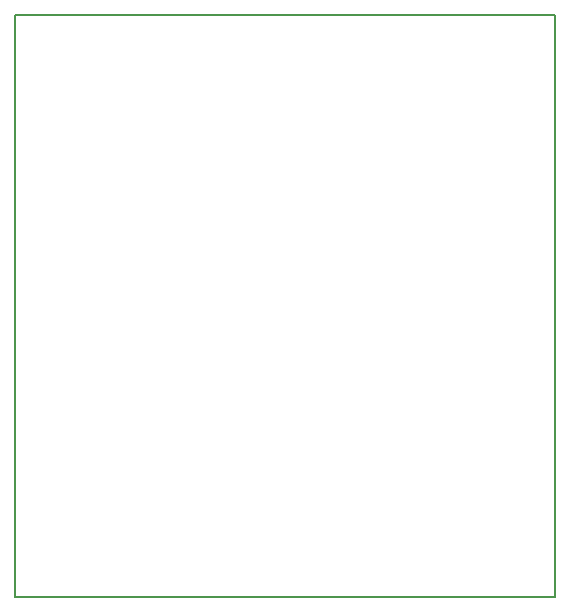
<source format=gko>
%FSLAX25Y25*%
%MOIN*%
G70*
G01*
G75*
G04 Layer_Color=16711935*
%ADD10C,0.00800*%
%ADD11C,0.01000*%
%ADD12R,0.05906X0.01181*%
%ADD13R,0.11811X0.15748*%
%ADD14R,0.02756X0.04921*%
%ADD15R,0.04567X0.05787*%
%ADD16R,0.03858X0.03661*%
%ADD17R,0.03661X0.03858*%
%ADD18R,0.11811X0.05906*%
%ADD19R,0.11811X0.08268*%
%ADD20R,0.06299X0.00787*%
%ADD21C,0.01600*%
%ADD22C,0.06000*%
%ADD23C,0.04000*%
%ADD24C,0.02400*%
%ADD25C,0.01200*%
%ADD26R,0.13106X0.17374*%
%ADD27C,0.05906*%
%ADD28C,0.06000*%
%ADD29R,0.06000X0.06000*%
%ADD30C,0.07000*%
%ADD31C,0.01800*%
%ADD32C,0.00787*%
%ADD33C,0.00600*%
%ADD34C,0.00500*%
%ADD35R,0.06706X0.01981*%
%ADD36R,0.12611X0.16548*%
%ADD37R,0.03556X0.05721*%
%ADD38R,0.05367X0.06587*%
%ADD39R,0.04658X0.04461*%
%ADD40R,0.04461X0.04658*%
%ADD41R,0.12611X0.06706*%
%ADD42R,0.12611X0.09068*%
%ADD43R,0.07099X0.01587*%
%ADD44C,0.06706*%
%ADD45C,0.06800*%
%ADD46R,0.06800X0.06800*%
%ADD47C,0.07800*%
D32*
X100000Y110000D02*
X280000D01*
Y304000D01*
X100000D02*
X280000D01*
X100000Y110000D02*
Y304000D01*
M02*

</source>
